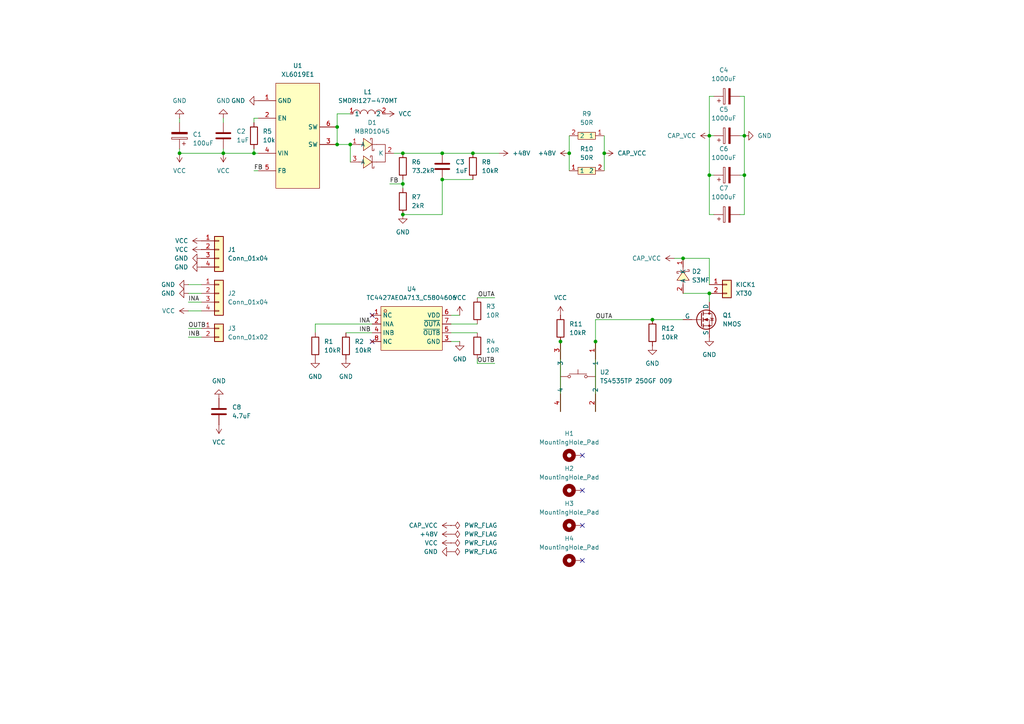
<source format=kicad_sch>
(kicad_sch (version 20231120) (generator "eeschema") (generator_version "8.0")
  (paper "A4")
  (lib_symbols
    (symbol "Connector_Generic:Conn_01x02" (pin_names (offset 1.016) hide)
      (property "Reference" "J" (at 0 2.54 0))
      (property "Value" "Conn_01x02" (at 0 -5.08 0))
      (symbol "Conn_01x02_1_1"
        (rectangle (start -1.27 -2.413) (end 0 -2.667) (stroke (width 0.1524)))
        (rectangle (start -1.27 0.127) (end 0 -0.127) (stroke (width 0.1524)))
        (rectangle (start -1.27 1.27) (end 1.27 -3.81) (stroke (width 0.254)) (fill (type background)))
        (pin passive line (at -5.08 0 0) (length 3.81) (name "Pin_1") (number "1"))
        (pin passive line (at -5.08 -2.54 0) (length 3.81) (name "Pin_2") (number "2"))
      )
    )
    (symbol "Connector_Generic:Conn_01x04" (pin_names (offset 1.016) hide)
      (property "Reference" "J" (at 0 5.08 0))
      (property "Value" "Conn_01x04" (at 0 -7.62 0))
      (symbol "Conn_01x04_1_1"
        (rectangle (start -1.27 -4.953) (end 0 -5.207) (stroke (width 0.1524)))
        (rectangle (start -1.27 -2.413) (end 0 -2.667) (stroke (width 0.1524)))
        (rectangle (start -1.27 0.127) (end 0 -0.127) (stroke (width 0.1524)))
        (rectangle (start -1.27 2.667) (end 0 2.413) (stroke (width 0.1524)))
        (rectangle (start -1.27 3.81) (end 1.27 -6.35) (stroke (width 0.254)) (fill (type background)))
        (pin passive line (at -5.08 2.54 0) (length 3.81) (name "Pin_1") (number "1"))
        (pin passive line (at -5.08 0 0) (length 3.81) (name "Pin_2") (number "2"))
        (pin passive line (at -5.08 -2.54 0) (length 3.81) (name "Pin_3") (number "3"))
        (pin passive line (at -5.08 -5.08 0) (length 3.81) (name "Pin_4") (number "4"))
      )
    )
    (symbol "Device:C" (pin_numbers hide) (pin_names (offset 0.254))
      (property "Reference" "C" (at 0.635 2.54 0))
      (property "Value" "C" (at 0.635 -2.54 0))
      (symbol "C_0_1"
        (polyline (pts (xy -2.032 -0.762) (xy 2.032 -0.762)) (stroke (width 0.508)))
        (polyline (pts (xy -2.032 0.762) (xy 2.032 0.762)) (stroke (width 0.508)))
      )
      (symbol "C_1_1"
        (pin passive line (at 0 3.81 270) (length 2.794) (name "~") (number "1"))
        (pin passive line (at 0 -3.81 90) (length 2.794) (name "~") (number "2"))
      )
    )
    (symbol "Device:C_Polarized" (pin_numbers hide) (pin_names (offset 0.254))
      (property "Reference" "C" (at 0.635 2.54 0))
      (property "Value" "C_Polarized" (at 0.635 -2.54 0))
      (symbol "C_Polarized_0_1"
        (rectangle (start -2.286 0.508) (end 2.286 1.016))
        (polyline (pts (xy -1.778 2.286) (xy -0.762 2.286)))
        (polyline (pts (xy -1.27 2.794) (xy -1.27 1.778)))
        (rectangle (start 2.286 -0.508) (end -2.286 -1.016) (fill (type outline)))
      )
      (symbol "C_Polarized_1_1"
        (pin passive line (at 0 3.81 270) (length 2.794) (name "~") (number "1"))
        (pin passive line (at 0 -3.81 90) (length 2.794) (name "~") (number "2"))
      )
    )
    (symbol "Device:R" (pin_numbers hide) (pin_names (offset 0))
      (property "Reference" "R" (at 2.032 0 90))
      (property "Value" "R" (at 0 0 90))
      (symbol "R_0_1"
        (rectangle (start -1.016 -2.54) (end 1.016 2.54) (stroke (width 0.254)))
      )
      (symbol "R_1_1"
        (pin passive line (at 0 3.81 270) (length 1.27) (name "~") (number "1"))
        (pin passive line (at 0 -3.81 90) (length 1.27) (name "~") (number "2"))
      )
    )
    (symbol "EasyEDA:MBRD1045"
      (property "Reference" "D" (at 0 7.62 0))
      (property "Value" "MBRD1045" (at 0 -7.62 0))
      (symbol "MBRD1045_0_1"
        (polyline (pts (xy -3.81 -2.54) (xy -2.54 -2.54)))
        (polyline (pts (xy -3.81 2.54) (xy -2.54 2.54)))
        (polyline (pts (xy 0 -2.54) (xy 1.27 -2.54)))
        (polyline (pts (xy 0 2.54) (xy 1.27 2.54)))
        (polyline (pts (xy -2.54 -4.32) (xy 0 -2.54) (xy -2.54 -0.76) (xy -2.54 -4.32)) (fill (type background)))
        (polyline (pts (xy -2.54 0.76) (xy 0 2.54) (xy -2.54 4.32) (xy -2.54 0.76)) (fill (type background)))
        (polyline (pts (xy 1.27 2.54) (xy 3.81 2.54) (xy 3.81 -2.54) (xy 1.27 -2.54)))
        (polyline (pts (xy 0.51 -3.81) (xy 0.51 -4.32) (xy 0 -4.32) (xy 0 -0.76) (xy -0.51 -0.76) (xy -0.51 -1.27)))
        (polyline (pts (xy 0.51 1.27) (xy 0.51 0.76) (xy 0 0.76) (xy 0 4.32) (xy -0.51 4.32) (xy -0.51 3.81)))
        (pin unspecified line (at -6.35 2.54 0) (length 2.54) (name "A") (number "1"))
        (pin unspecified line (at 6.35 0 180) (length 2.54) (name "K") (number "2"))
        (pin unspecified line (at -6.35 -2.54 0) (length 2.54) (name "A") (number "3"))
      )
    )
    (symbol "EasyEDA:S3MF_C18199092"
      (property "Reference" "D" (at 0 6.35 0))
      (property "Value" "S3MF_C18199092" (at 0 -3.81 0))
      (symbol "S3MF_C18199092_0_1"
        (polyline (pts (xy -1.27 1.27) (xy -2.54 1.27)))
        (polyline (pts (xy 2.54 1.27) (xy 1.27 1.27)))
        (polyline (pts (xy 1.27 3.05) (xy -1.27 1.27) (xy 1.27 -0.51) (xy 1.27 3.05)) (fill (type background)))
        (polyline (pts (xy -1.78 2.54) (xy -1.78 3.05) (xy -1.27 3.05) (xy -1.27 -0.51) (xy -0.76 -0.51) (xy -0.76 0)))
      )
      (symbol "S3MF_C18199092_1_1"
        (pin passive line (at -5.08 1.27 0) (length 2.54) (name "K") (number "1"))
        (pin passive line (at 5.08 1.27 180) (length 2.54) (name "A") (number "2"))
      )
    )
    (symbol "EasyEDA:SMDRI127-470MT"
      (property "Reference" "L" (at 0 5.08 0))
      (property "Value" "SMDRI127-470MT" (at 0 -5.08 0))
      (symbol "SMDRI127-470MT_0_1"
        (arc (start -4.29 -0.02) (mid -2.52 -0.79) (end -2.27 -0.02))
        (arc (start -2.13 -0.02) (mid -0.36 -0.79) (end -0.11 -0.02))
        (arc (start 0.02 -0.02) (mid 1.79 -0.79) (end 2.04 -0.02))
        (arc (start 2.21 -0.02) (mid 3.3 -1.12) (end 4.23 -0.02))
        (pin unspecified line (at -5.08 0 0) (length 0.762) (name "1") (number "1"))
        (pin unspecified line (at 5.08 0 180) (length 0.762) (name "2") (number "2"))
      )
    )
    (symbol "EasyEDA:TC4427AEOA713_C5804606"
      (property "Reference" "U" (at 0 8.89 0))
      (property "Value" "TC4427AEOA713_C5804606" (at 0 -8.89 0))
      (symbol "TC4427AEOA713_C5804606_0_1"
        (rectangle (start -8.89 6.35) (end 8.89 -6.35) (fill (type background)))
        (circle (center -7.62 5.08) (radius 0.38))
      )
      (symbol "TC4427AEOA713_C5804606_1_1"
        (pin no_connect line (at -11.43 3.81 0) (length 2.54) (name "NC") (number "1"))
        (pin input line (at -11.43 1.27 0) (length 2.54) (name "INA") (number "2"))
        (pin power_in line (at 11.43 -3.81 180) (length 2.54) (name "GND") (number "3"))
        (pin input line (at -11.43 -1.27 0) (length 2.54) (name "INB") (number "4"))
        (pin output line (at 11.43 -1.27 180) (length 2.54) (name "~{OUTB}") (number "5"))
        (pin power_in line (at 11.43 3.81 180) (length 2.54) (name "VDD") (number "6"))
        (pin output line (at 11.43 1.27 180) (length 2.54) (name "~{OUTA}") (number "7"))
        (pin no_connect line (at -11.43 -3.81 0) (length 2.54) (name "NC") (number "8"))
      )
    )
    (symbol "EasyEDA:TO-220-35W-100R-5%"
      (property "Reference" "U" (at 0 5.08 0))
      (property "Value" "TO-220-35W-100R-5%" (at 0 -5.08 0))
      (symbol "TO-220-35W-100R-5%_0_1"
        (rectangle (start -2.54 1.02) (end 2.54 -1.02) (fill (type background)))
      )
      (symbol "TO-220-35W-100R-5%_1_1"
        (pin passive line (at -5.08 0 0) (length 2.54) (name "1") (number "1"))
        (pin passive line (at 5.08 0 180) (length 2.54) (name "2") (number "2"))
      )
    )
    (symbol "EasyEDA:TS4535TP250GF009"
      (property "Reference" "U" (at 0 10.16 0))
      (property "Value" "TS4535TP 250GF 009" (at 0 -10.16 0))
      (symbol "TS4535TP250GF009_0_1"
        (circle (center 0 -2.54) (radius 0.38))
        (polyline (pts (xy -5.08 -5.08) (xy 5.08 -5.08)))
        (polyline (pts (xy -5.08 5.08) (xy 5.08 5.08)))
        (polyline (pts (xy -2.03 0) (xy -0.76 0)))
        (polyline (pts (xy -0.76 2.54) (xy -0.76 -2.54)))
        (polyline (pts (xy 0 -5.08) (xy 0 -3.05)))
        (polyline (pts (xy 0 5.08) (xy 0 2.79)))
        (circle (center 0 2.29) (radius 0.38))
        (pin unspecified line (at -10.16 5.08 0) (length 5.08) (name "1") (number "1"))
        (pin unspecified line (at 10.16 5.08 180) (length 5.08) (name "2") (number "2"))
        (pin unspecified line (at -10.16 -5.08 0) (length 5.08) (name "3") (number "3"))
        (pin unspecified line (at 10.16 -5.08 180) (length 5.08) (name "4") (number "4"))
      )
    )
    (symbol "EasyEDA:XL6019E1"
      (property "Reference" "U" (at 0 15.24 0))
      (property "Value" "XL6019E1" (at 0 -15.24 0))
      (symbol "XL6019E1_0_1"
        (rectangle (start -6.35 15.24) (end 6.35 -15.24) (fill (type background)))
      )
      (symbol "XL6019E1_1_1"
        (pin power_in line (at 11.43 -10.16 180) (length 5.08) (name "GND") (number "1"))
        (pin input line (at 11.43 -5.08 180) (length 5.08) (name "EN") (number "2"))
        (pin power_out line (at -11.43 2.54 0) (length 5.08) (name "SW") (number "3"))
        (pin power_in line (at 11.43 5.08 180) (length 5.08) (name "VIN") (number "4"))
        (pin input line (at 11.43 10.16 180) (length 5.08) (name "FB") (number "5"))
        (pin power_out line (at -11.43 -2.54 0) (length 5.08) (name "SW") (number "6"))
      )
    )
    (symbol "Mechanical:MountingHole_Pad" (pin_numbers hide) (pin_names (offset 1.016) hide) (exclude_from_sim yes) (in_bom no)
      (property "Reference" "H" (at 0 6.35 0))
      (property "Value" "MountingHole_Pad" (at 0 4.445 0))
      (symbol "MountingHole_Pad_0_1"
        (circle (center 0 1.27) (radius 1.27) (stroke (width 1.27)))
      )
      (symbol "MountingHole_Pad_1_1"
        (pin input line (at 0 -2.54 90) (length 2.54) (name "1") (number "1"))
      )
    )
    (symbol "Simulation_SPICE:NMOS" (pin_numbers hide) (pin_names (offset 0))
      (property "Reference" "Q" (at 5.08 1.27 0))
      (property "Value" "NMOS" (at 5.08 -1.27 0))
      (symbol "NMOS_0_1"
        (polyline (pts (xy 0.254 0) (xy -2.54 0)))
        (polyline (pts (xy 0.254 1.905) (xy 0.254 -1.905)) (stroke (width 0.254)))
        (polyline (pts (xy 0.762 -1.27) (xy 0.762 -2.286)) (stroke (width 0.254)))
        (polyline (pts (xy 0.762 0.508) (xy 0.762 -0.508)) (stroke (width 0.254)))
        (polyline (pts (xy 0.762 2.286) (xy 0.762 1.27)) (stroke (width 0.254)))
        (polyline (pts (xy 2.54 2.54) (xy 2.54 1.778)))
        (polyline (pts (xy 2.54 -2.54) (xy 2.54 0) (xy 0.762 0)))
        (polyline (pts (xy 0.762 -1.778) (xy 3.302 -1.778) (xy 3.302 1.778) (xy 0.762 1.778)))
        (polyline (pts (xy 1.016 0) (xy 2.032 0.381) (xy 2.032 -0.381) (xy 1.016 0)) (fill (type outline)))
        (polyline (pts (xy 2.794 0.508) (xy 2.921 0.381) (xy 3.683 0.381) (xy 3.81 0.254)))
        (polyline (pts (xy 3.302 0.381) (xy 2.921 -0.254) (xy 3.683 -0.254) (xy 3.302 0.381)))
        (circle (center 1.651 0) (radius 2.794) (stroke (width 0.254)))
        (circle (center 2.54 -1.778) (radius 0.254) (fill (type outline)))
        (circle (center 2.54 1.778) (radius 0.254) (fill (type outline)))
      )
      (symbol "NMOS_1_1"
        (pin passive line (at 2.54 5.08 270) (length 2.54) (name "D") (number "1"))
        (pin input line (at -5.08 0 0) (length 2.54) (name "G") (number "2"))
        (pin passive line (at 2.54 -5.08 90) (length 2.54) (name "S") (number "3"))
      )
    )
    (symbol "power:+48V" (power) (pin_numbers hide) (pin_names (offset 0) hide)
      (property "Value" "+48V" (at 0 3.556 0))
      (symbol "+48V_0_1"
        (polyline (pts (xy -0.762 1.27) (xy 0 2.54)))
        (polyline (pts (xy 0 0) (xy 0 2.54)))
        (polyline (pts (xy 0 2.54) (xy 0.762 1.27)))
      )
      (symbol "+48V_1_1"
        (pin power_in line (at 0 0 90) (length 0) (name "~") (number "1"))
      )
    )
    (symbol "power:GND" (power) (pin_numbers hide) (pin_names (offset 0) hide)
      (property "Value" "GND" (at 0 -3.81 0))
      (symbol "GND_0_1"
        (polyline (pts (xy 0 0) (xy 0 -1.27) (xy 1.27 -1.27) (xy 0 -2.54) (xy -1.27 -1.27) (xy 0 -1.27)))
      )
      (symbol "GND_1_1"
        (pin power_in line (at 0 0 270) (length 0) (name "~") (number "1"))
      )
    )
    (symbol "power:PWR_FLAG" (power) (pin_numbers hide) (pin_names (offset 0) hide)
      (property "Value" "PWR_FLAG" (at 0 3.81 0))
      (symbol "PWR_FLAG_0_0"
        (pin power_out line (at 0 0 90) (length 0) (name "~") (number "1"))
      )
      (symbol "PWR_FLAG_0_1"
        (polyline (pts (xy 0 0) (xy 0 1.27) (xy -1.016 1.905) (xy 0 2.54) (xy 1.016 1.905) (xy 0 1.27)))
      )
    )
    (symbol "power:VCC" (power) (pin_numbers hide) (pin_names (offset 0) hide)
      (property "Value" "VCC" (at 0 3.556 0))
      (symbol "VCC_0_1"
        (polyline (pts (xy -0.762 1.27) (xy 0 2.54)))
        (polyline (pts (xy 0 0) (xy 0 2.54)))
        (polyline (pts (xy 0 2.54) (xy 0.762 1.27)))
      )
      (symbol "VCC_1_1"
        (pin power_in line (at 0 0 90) (length 0) (name "~") (number "1"))
      )
    )
  )
  (junction (at 52.07 44.45))
  (junction (at 101.6 41.91))
  (junction (at 73.66 44.45))
  (junction (at 128.27 52.07))
  (junction (at 116.84 44.45))
  (junction (at 137.16 44.45))
  (junction (at 215.9 39.37))
  (junction (at 205.74 85.09))
  (junction (at 205.74 39.37))
  (junction (at 165.1 44.45))
  (junction (at 116.84 53.34))
  (junction (at 215.9 50.8))
  (junction (at 97.79 36.83))
  (junction (at 116.84 62.23))
  (junction (at 64.77 44.45))
  (junction (at 198.12 74.93))
  (junction (at 172.72 99.06))
  (junction (at 189.23 92.71))
  (junction (at 175.26 44.45))
  (junction (at 162.56 99.06))
  (junction (at 205.74 50.8))
  (junction (at 97.79 41.91))
  (junction (at 128.27 44.45))
  (no_connect (at 168.91 142.24))
  (no_connect (at 168.91 132.08))
  (no_connect (at 168.91 152.4))
  (no_connect (at 107.95 99.06))
  (no_connect (at 107.95 91.44))
  (no_connect (at 168.91 162.56))
  (wire (pts (xy 215.9 62.23) (xy 215.9 50.8)))
  (wire (pts (xy 138.43 105.41) (xy 138.43 104.14)))
  (wire (pts (xy 52.07 34.29) (xy 52.07 35.56)))
  (wire (pts (xy 54.61 95.25) (xy 58.42 95.25)))
  (wire (pts (xy 54.61 87.63) (xy 58.42 87.63)))
  (wire (pts (xy 128.27 52.07) (xy 137.16 52.07)))
  (wire (pts (xy 130.81 93.98) (xy 138.43 93.98)))
  (wire (pts (xy 130.81 96.52) (xy 138.43 96.52)))
  (wire (pts (xy 205.74 74.93) (xy 205.74 82.55)))
  (wire (pts (xy 54.61 97.79) (xy 58.42 97.79)))
  (wire (pts (xy 97.79 33.02) (xy 97.79 36.83)))
  (wire (pts (xy 172.72 92.71) (xy 172.72 99.06)))
  (wire (pts (xy 175.26 44.45) (xy 175.26 49.53)))
  (wire (pts (xy 73.66 49.53) (xy 74.93 49.53)))
  (wire (pts (xy 97.79 36.83) (xy 97.79 41.91)))
  (wire (pts (xy 214.63 62.23) (xy 215.9 62.23)))
  (wire (pts (xy 74.93 44.45) (xy 73.66 44.45)))
  (wire (pts (xy 215.9 27.94) (xy 214.63 27.94)))
  (wire (pts (xy 116.84 52.07) (xy 116.84 53.34)))
  (wire (pts (xy 54.61 85.09) (xy 58.42 85.09)))
  (wire (pts (xy 138.43 86.36) (xy 143.51 86.36)))
  (wire (pts (xy 128.27 62.23) (xy 116.84 62.23)))
  (wire (pts (xy 205.74 62.23) (xy 205.74 50.8)))
  (wire (pts (xy 64.77 44.45) (xy 64.77 43.18)))
  (wire (pts (xy 73.66 35.56) (xy 73.66 34.29)))
  (wire (pts (xy 113.03 53.34) (xy 116.84 53.34)))
  (wire (pts (xy 215.9 50.8) (xy 214.63 50.8)))
  (wire (pts (xy 215.9 39.37) (xy 214.63 39.37)))
  (wire (pts (xy 198.12 74.93) (xy 205.74 74.93)))
  (wire (pts (xy 189.23 92.71) (xy 198.12 92.71)))
  (wire (pts (xy 114.3 44.45) (xy 116.84 44.45)))
  (wire (pts (xy 207.01 62.23) (xy 205.74 62.23)))
  (wire (pts (xy 100.33 96.52) (xy 107.95 96.52)))
  (wire (pts (xy 205.74 39.37) (xy 205.74 50.8)))
  (wire (pts (xy 101.6 41.91) (xy 101.6 46.99)))
  (wire (pts (xy 198.12 85.09) (xy 205.74 85.09)))
  (wire (pts (xy 137.16 44.45) (xy 144.78 44.45)))
  (wire (pts (xy 198.12 74.93) (xy 195.58 74.93)))
  (wire (pts (xy 133.35 91.44) (xy 130.81 91.44)))
  (wire (pts (xy 165.1 39.37) (xy 165.1 44.45)))
  (wire (pts (xy 116.84 44.45) (xy 128.27 44.45)))
  (wire (pts (xy 116.84 53.34) (xy 116.84 54.61)))
  (wire (pts (xy 133.35 99.06) (xy 130.81 99.06)))
  (wire (pts (xy 128.27 52.07) (xy 128.27 62.23)))
  (wire (pts (xy 128.27 44.45) (xy 137.16 44.45)))
  (wire (pts (xy 172.72 92.71) (xy 189.23 92.71)))
  (wire (pts (xy 205.74 39.37) (xy 207.01 39.37)))
  (wire (pts (xy 64.77 34.29) (xy 64.77 35.56)))
  (wire (pts (xy 162.56 99.06) (xy 162.56 119.38)))
  (wire (pts (xy 165.1 44.45) (xy 165.1 49.53)))
  (wire (pts (xy 54.61 82.55) (xy 58.42 82.55)))
  (wire (pts (xy 101.6 33.02) (xy 97.79 33.02)))
  (wire (pts (xy 143.51 105.41) (xy 138.43 105.41)))
  (wire (pts (xy 52.07 44.45) (xy 52.07 43.18)))
  (wire (pts (xy 73.66 34.29) (xy 74.93 34.29)))
  (wire (pts (xy 52.07 44.45) (xy 64.77 44.45)))
  (wire (pts (xy 54.61 90.17) (xy 58.42 90.17)))
  (wire (pts (xy 215.9 39.37) (xy 215.9 50.8)))
  (wire (pts (xy 91.44 93.98) (xy 91.44 96.52)))
  (wire (pts (xy 205.74 27.94) (xy 207.01 27.94)))
  (wire (pts (xy 107.95 93.98) (xy 91.44 93.98)))
  (wire (pts (xy 175.26 39.37) (xy 175.26 44.45)))
  (wire (pts (xy 205.74 27.94) (xy 205.74 39.37)))
  (wire (pts (xy 215.9 27.94) (xy 215.9 39.37)))
  (wire (pts (xy 205.74 50.8) (xy 207.01 50.8)))
  (wire (pts (xy 73.66 44.45) (xy 73.66 43.18)))
  (wire (pts (xy 97.79 41.91) (xy 101.6 41.91)))
  (wire (pts (xy 172.72 99.06) (xy 172.72 119.38)))
  (wire (pts (xy 205.74 85.09) (xy 205.74 87.63)))
  (wire (pts (xy 64.77 44.45) (xy 73.66 44.45)))
  (label "INA" (at 54.61 87.63 0))
  (label "OUTB" (at 54.61 95.25 0))
  (label "OUTA" (at 172.72 92.71 0))
  (label "OUTA" (at 143.51 86.36 180))
  (label "INB" (at 104.14 96.52 0))
  (label "OUTB" (at 143.51 105.41 180))
  (label "FB" (at 113.03 53.34 0))
  (label "INB" (at 54.61 97.79 0))
  (label "INA" (at 104.14 93.98 0))
  (label "FB" (at 73.66 49.53 0))
  (symbol (lib_id "power:VCC") (at 54.61 90.17 90) (unit 1)
    (property "Reference" "#PWR025" (effects (hide yes)))
    (property "Value" "VCC" (at 50.8 90.1699 90) (effects (justify left)))
    (property "Description" "Power symbol creates a global label with name \"VCC\"" (effects (hide yes)))
  )
  (symbol (lib_id "power:+48V") (at 165.1 44.45 90) (unit 1)
    (property "Reference" "#PWR06" (effects (hide yes)))
    (property "Value" "+48V" (at 161.29 44.4499 90) (effects (justify left)))
    (property "Description" "Power symbol creates a global label with name \"+48V\"" (effects (hide yes)))
  )
  (symbol (lib_id "Device:R") (at 138.43 90.17 180) (unit 1)
    (property "Reference" "R3" (at 140.97 88.8999 0) (effects (justify right)))
    (property "Value" "10R" (at 140.97 91.4399 0) (effects (justify right)))
    (property "Footprint" "Resistor_SMD:R_1206_3216Metric_Pad1.30x1.75mm_HandSolder" (effects (hide yes)))
    (property "Description" "Resistor" (effects (hide yes)))
  )
  (symbol (lib_id "Mechanical:MountingHole_Pad") (at 166.37 132.08 90) (unit 1) (exclude_from_sim yes) (in_bom no)
    (property "Reference" "H1" (at 165.1 125.73 90))
    (property "Value" "MountingHole_Pad" (at 165.1 128.27 90))
    (property "Footprint" "MountingHole:MountingHole_2.2mm_M2_Pad_Via" (effects (hide yes)))
    (property "Description" "Mounting Hole with connection" (effects (hide yes)))
  )
  (symbol (lib_id "EasyEDA:XL6019E1") (at 86.36 39.37 180) (unit 1)
    (property "Reference" "U1" (at 86.36 19.05 0))
    (property "Value" "XL6019E1" (at 86.36 21.59 0))
    (property "Footprint" "EasyEDA:TO-263-5_L10.2-W9.9-P1.70-LS14.4-TL" (effects (hide yes)))
    (property "Datasheet" "https://lcsc.com/product-detail/DC-DC-Converters_XL6019E1_C73018.html" (effects (hide yes)))
    (property "LCSC Part" "C73018" (effects (hide yes)))
  )
  (symbol (lib_id "Device:R") (at 91.44 100.33 180) (unit 1)
    (property "Reference" "R1" (at 93.98 99.0599 0) (effects (justify right)))
    (property "Value" "10kR" (at 93.98 101.5999 0) (effects (justify right)))
    (property "Footprint" "Resistor_SMD:R_1206_3216Metric_Pad1.30x1.75mm_HandSolder" (effects (hide yes)))
    (property "Description" "Resistor" (effects (hide yes)))
  )
  (symbol (lib_id "power:GND") (at 91.44 104.14 0) (unit 1)
    (property "Reference" "#PWR012" (effects (hide yes)))
    (property "Value" "GND" (at 91.44 109.22 0))
    (property "Description" "Power symbol creates a global label with name \"GND\" , ground" (effects (hide yes)))
  )
  (symbol (lib_id "Device:C") (at 128.27 48.26 0) (unit 1)
    (property "Reference" "C3" (at 132.08 46.9899 0) (effects (justify left)))
    (property "Value" "1uF" (at 132.08 49.5299 0) (effects (justify left)))
    (property "Footprint" "Capacitor_SMD:C_1206_3216Metric_Pad1.33x1.80mm_HandSolder" (effects (hide yes)))
    (property "Description" "Unpolarized capacitor" (effects (hide yes)))
  )
  (symbol (lib_id "Device:C_Polarized") (at 210.82 62.23 90) (unit 1)
    (property "Reference" "C7" (at 209.931 54.61 90))
    (property "Value" "1000uF" (at 209.931 57.15 90))
    (property "Footprint" "EasyEDA:CAP-TH_BD13.0-P5.00-D1.2-FD" (effects (hide yes)))
    (property "Description" "Polarized capacitor" (effects (hide yes)))
  )
  (symbol (lib_id "power:VCC") (at 52.07 44.45 180) (unit 1)
    (property "Reference" "#PWR014" (effects (hide yes)))
    (property "Value" "VCC" (at 52.07 49.53 0))
    (property "Description" "Power symbol creates a global label with name \"VCC\"" (effects (hide yes)))
  )
  (symbol (lib_id "Simulation_SPICE:NMOS") (at 203.2 92.71 0) (unit 1)
    (property "Reference" "Q1" (at 209.55 91.4399 0) (effects (justify left)))
    (property "Value" "NMOS" (at 209.55 93.9799 0) (effects (justify left)))
    (property "Footprint" "Package_TO_SOT_THT:TO-247-3_Vertical" (effects (hide yes)))
    (property "Datasheet" "https://ngspice.sourceforge.io/docs/ngspice-html-manual/manual.xhtml#cha_MOSFETs" (effects (hide yes)))
    (property "Description" "N-MOSFET transistor, drain/source/gate" (effects (hide yes)))
    (property "Sim.Device" "NMOS" (effects (hide yes)))
    (property "Sim.Type" "VDMOS" (effects (hide yes)))
    (property "Sim.Pins" "1=D 2=G 3=S" (effects (hide yes)))
  )
  (symbol (lib_id "power:VCC") (at 58.42 72.39 90) (unit 1)
    (property "Reference" "#PWR02" (effects (hide yes)))
    (property "Value" "VCC" (at 54.61 72.3899 90) (effects (justify left)))
    (property "Description" "Power symbol creates a global label with name \"VCC\"" (effects (hide yes)))
  )
  (symbol (lib_id "power:GND") (at 52.07 34.29 180) (unit 1)
    (property "Reference" "#PWR05" (effects (hide yes)))
    (property "Value" "GND" (at 52.07 29.21 0))
    (property "Description" "Power symbol creates a global label with name \"GND\" , ground" (effects (hide yes)))
  )
  (symbol (lib_id "power:GND") (at 58.42 74.93 270) (unit 1)
    (property "Reference" "#PWR03" (effects (hide yes)))
    (property "Value" "GND" (at 54.61 74.9299 90) (effects (justify right)))
    (property "Description" "Power symbol creates a global label with name \"GND\" , ground" (effects (hide yes)))
  )
  (symbol (lib_id "Device:C_Polarized") (at 210.82 39.37 90) (unit 1)
    (property "Reference" "C5" (at 209.931 31.75 90))
    (property "Value" "1000uF" (at 209.931 34.29 90))
    (property "Footprint" "EasyEDA:CAP-TH_BD13.0-P5.00-D1.2-FD" (effects (hide yes)))
    (property "Description" "Polarized capacitor" (effects (hide yes)))
  )
  (symbol (lib_id "power:GND") (at 116.84 62.23 0) (unit 1)
    (property "Reference" "#PWR041" (effects (hide yes)))
    (property "Value" "GND" (at 116.84 67.31 0))
    (property "Description" "Power symbol creates a global label with name \"GND\" , ground" (effects (hide yes)))
  )
  (symbol (lib_id "power:GND") (at 58.42 77.47 270) (unit 1)
    (property "Reference" "#PWR04" (effects (hide yes)))
    (property "Value" "GND" (at 54.61 77.4699 90) (effects (justify right)))
    (property "Description" "Power symbol creates a global label with name \"GND\" , ground" (effects (hide yes)))
  )
  (symbol (lib_id "Mechanical:MountingHole_Pad") (at 166.37 162.56 90) (unit 1) (exclude_from_sim yes) (in_bom no)
    (property "Reference" "H4" (at 165.1 156.21 90))
    (property "Value" "MountingHole_Pad" (at 165.1 158.75 90))
    (property "Footprint" "MountingHole:MountingHole_2.2mm_M2_Pad_Via" (effects (hide yes)))
    (property "Description" "Mounting Hole with connection" (effects (hide yes)))
  )
  (symbol (lib_id "power:VCC") (at 162.56 91.44 0) (unit 1)
    (property "Reference" "#PWR018" (effects (hide yes)))
    (property "Value" "VCC" (at 162.56 86.36 0))
    (property "Description" "Power symbol creates a global label with name \"VCC\"" (effects (hide yes)))
  )
  (symbol (lib_id "power:VCC") (at 64.77 44.45 180) (unit 1)
    (property "Reference" "#PWR030" (effects (hide yes)))
    (property "Value" "VCC" (at 64.77 49.53 0))
    (property "Description" "Power symbol creates a global label with name \"VCC\"" (effects (hide yes)))
  )
  (symbol (lib_id "power:VCC") (at 63.5 123.19 180) (unit 1)
    (property "Reference" "#PWR026" (effects (hide yes)))
    (property "Value" "VCC" (at 63.5 128.27 0))
    (property "Description" "Power symbol creates a global label with name \"VCC\"" (effects (hide yes)))
  )
  (symbol (lib_id "power:GND") (at 130.81 160.02 270) (unit 1)
    (property "Reference" "#PWR022" (effects (hide yes)))
    (property "Value" "GND" (at 127 160.0199 90) (effects (justify right)))
    (property "Description" "Power symbol creates a global label with name \"GND\" , ground" (effects (hide yes)))
  )
  (symbol (lib_id "power:GND") (at 133.35 99.06 0) (unit 1)
    (property "Reference" "#PWR016" (effects (hide yes)))
    (property "Value" "GND" (at 133.35 104.14 0))
    (property "Description" "Power symbol creates a global label with name \"GND\" , ground" (effects (hide yes)))
  )
  (symbol (lib_id "power:GND") (at 64.77 34.29 180) (unit 1)
    (property "Reference" "#PWR029" (effects (hide yes)))
    (property "Value" "GND" (at 64.77 29.21 0))
    (property "Description" "Power symbol creates a global label with name \"GND\" , ground" (effects (hide yes)))
  )
  (symbol (lib_id "power:+48V") (at 205.74 39.37 90) (unit 1)
    (property "Reference" "#PWR08" (effects (hide yes)))
    (property "Value" "CAP_VCC" (at 201.93 39.3699 90) (effects (justify left)))
    (property "Description" "Power symbol creates a global label with name \"+48V\"" (effects (hide yes)))
  )
  (symbol (lib_id "Device:C_Polarized") (at 210.82 50.8 90) (unit 1)
    (property "Reference" "C6" (at 209.931 43.18 90))
    (property "Value" "1000uF" (at 209.931 45.72 90))
    (property "Footprint" "EasyEDA:CAP-TH_BD13.0-P5.00-D1.2-FD" (effects (hide yes)))
    (property "Description" "Polarized capacitor" (effects (hide yes)))
  )
  (symbol (lib_id "Device:R") (at 116.84 58.42 0) (unit 1)
    (property "Reference" "R7" (at 119.38 57.1499 0) (effects (justify left)))
    (property "Value" "2kR" (at 119.38 59.6899 0) (effects (justify left)))
    (property "Footprint" "Resistor_SMD:R_1206_3216Metric_Pad1.30x1.75mm_HandSolder" (effects (hide yes)))
    (property "Description" "Resistor" (effects (hide yes)))
  )
  (symbol (lib_id "EasyEDA:TS4535TP250GF009") (at 167.64 109.22 270) (unit 1)
    (property "Reference" "U2" (at 173.99 107.9499 90) (effects (justify left)))
    (property "Value" "TS4535TP 250GF 009" (at 173.99 110.4899 90) (effects (justify left)))
    (property "Footprint" "EasyEDA:SW-SMD_4P-L4.5-W4.5-P3.00-LS6.8" (effects (hide yes)))
    (property "LCSC Part" "C5342982" (effects (hide yes)))
  )
  (symbol (lib_id "power:GND") (at 54.61 85.09 270) (unit 1)
    (property "Reference" "#PWR027" (effects (hide yes)))
    (property "Value" "GND" (at 50.8 85.0899 90) (effects (justify right)))
    (property "Description" "Power symbol creates a global label with name \"GND\" , ground" (effects (hide yes)))
  )
  (symbol (lib_id "Connector_Generic:Conn_01x02") (at 210.82 82.55 0) (unit 1)
    (property "Reference" "KICK1" (at 213.36 82.5499 0) (effects (justify left)))
    (property "Value" "XT30" (at 213.36 85.0899 0) (effects (justify left)))
    (property "Footprint" "Connector_AMASS:AMASS_XT30U-F_1x02_P5.0mm_Vertical" (effects (hide yes)))
    (property "Description" "Generic connector, single row, 01x02, script generated (kicad-library-utils/schlib/autogen/connector/)" (effects (hide yes)))
  )
  (symbol (lib_id "Device:R") (at 116.84 48.26 0) (unit 1)
    (property "Reference" "R6" (at 119.38 46.9899 0) (effects (justify left)))
    (property "Value" "73.2kR" (at 119.38 49.5299 0) (effects (justify left)))
    (property "Footprint" "Resistor_SMD:R_1206_3216Metric_Pad1.30x1.75mm_HandSolder" (effects (hide yes)))
    (property "Description" "Resistor" (effects (hide yes)))
  )
  (symbol (lib_id "Connector_Generic:Conn_01x02") (at 63.5 95.25 0) (unit 1)
    (property "Reference" "J3" (at 66.04 95.2499 0) (effects (justify left)))
    (property "Value" "Conn_01x02" (at 66.04 97.7899 0) (effects (justify left)))
    (property "Footprint" "Connector_JST:JST_PH_B2B-PH-K_1x02_P2.00mm_Vertical" (effects (hide yes)))
    (property "Description" "Generic connector, single row, 01x02, script generated (kicad-library-utils/schlib/autogen/connector/)" (effects (hide yes)))
  )
  (symbol (lib_id "Device:C_Polarized") (at 52.07 39.37 180) (unit 1)
    (property "Reference" "C1" (at 55.88 38.9889 0) (effects (justify right)))
    (property "Value" "100uF" (at 55.88 41.5289 0) (effects (justify right)))
    (property "Footprint" "Capacitor_SMD:CP_Elec_6.3x7.7" (effects (hide yes)))
    (property "Description" "Polarized capacitor" (effects (hide yes)))
  )
  (symbol (lib_id "power:+48V") (at 195.58 74.93 90) (unit 1)
    (property "Reference" "#PWR010" (effects (hide yes)))
    (property "Value" "CAP_VCC" (at 191.77 74.9299 90) (effects (justify left)))
    (property "Description" "Power symbol creates a global label with name \"+48V\"" (effects (hide yes)))
  )
  (symbol (lib_id "power:VCC") (at 58.42 69.85 90) (unit 1)
    (property "Reference" "#PWR01" (effects (hide yes)))
    (property "Value" "VCC" (at 54.61 69.8499 90) (effects (justify left)))
    (property "Description" "Power symbol creates a global label with name \"VCC\"" (effects (hide yes)))
  )
  (symbol (lib_id "power:+48V") (at 130.81 154.94 90) (unit 1)
    (property "Reference" "#PWR023" (effects (hide yes)))
    (property "Value" "+48V" (at 127 154.9399 90) (effects (justify left)))
    (property "Description" "Power symbol creates a global label with name \"+48V\"" (effects (hide yes)))
  )
  (symbol (lib_id "EasyEDA:S3MF_C18199092") (at 196.85 80.01 270) (unit 1)
    (property "Reference" "D2" (at 200.66 78.7399 90) (effects (justify left)))
    (property "Value" "S3MF" (at 200.66 81.2799 90) (effects (justify left)))
    (property "Footprint" "EasyEDA:SMAF_L3.5-W2.6-LS4.7-RD-1" (effects (hide yes)))
    (property "LCSC Part" "C18199092" (effects (hide yes)))
  )
  (symbol (lib_id "power:+48V") (at 130.81 152.4 90) (unit 1)
    (property "Reference" "#PWR024" (effects (hide yes)))
    (property "Value" "CAP_VCC" (at 127 152.3999 90) (effects (justify left)))
    (property "Description" "Power symbol creates a global label with name \"+48V\"" (effects (hide yes)))
  )
  (symbol (lib_id "Device:R") (at 162.56 95.25 0) (unit 1)
    (property "Reference" "R11" (at 165.1 93.9799 0) (effects (justify left)))
    (property "Value" "10kR" (at 165.1 96.5199 0) (effects (justify left)))
    (property "Footprint" "Resistor_SMD:R_1206_3216Metric_Pad1.30x1.75mm_HandSolder" (effects (hide yes)))
    (property "Description" "Resistor" (effects (hide yes)))
  )
  (symbol (lib_id "power:+48V") (at 144.78 44.45 270) (unit 1)
    (property "Reference" "#PWR042" (effects (hide yes)))
    (property "Value" "+48V" (at 148.59 44.4499 90) (effects (justify left)))
    (property "Description" "Power symbol creates a global label with name \"+48V\"" (effects (hide yes)))
  )
  (symbol (lib_id "power:GND") (at 189.23 100.33 0) (unit 1)
    (property "Reference" "#PWR017" (effects (hide yes)))
    (property "Value" "GND" (at 189.23 105.41 0))
    (property "Description" "Power symbol creates a global label with name \"GND\" , ground" (effects (hide yes)))
  )
  (symbol (lib_id "power:PWR_FLAG") (at 130.81 154.94 270) (unit 1)
    (property "Reference" "#FLG03" (effects (hide yes)))
    (property "Value" "PWR_FLAG" (at 134.62 154.9399 90) (effects (justify left)))
    (property "Description" "Special symbol for telling ERC where power comes from" (effects (hide yes)))
  )
  (symbol (lib_id "power:GND") (at 63.5 115.57 180) (unit 1)
    (property "Reference" "#PWR020" (effects (hide yes)))
    (property "Value" "GND" (at 63.5 110.49 0))
    (property "Description" "Power symbol creates a global label with name \"GND\" , ground" (effects (hide yes)))
  )
  (symbol (lib_id "Connector_Generic:Conn_01x04") (at 63.5 85.09 0) (unit 1)
    (property "Reference" "J2" (at 66.04 85.0899 0) (effects (justify left)))
    (property "Value" "Conn_01x04" (at 66.04 87.6299 0) (effects (justify left)))
    (property "Footprint" "Connector_PinHeader_2.54mm:PinHeader_1x04_P2.54mm_Vertical" (effects (hide yes)))
    (property "Description" "Generic connector, single row, 01x04, script generated (kicad-library-utils/schlib/autogen/connector/)" (effects (hide yes)))
  )
  (symbol (lib_id "Device:C_Polarized") (at 210.82 27.94 90) (unit 1)
    (property "Reference" "C4" (at 209.931 20.32 90))
    (property "Value" "1000uF" (at 209.931 22.86 90))
    (property "Footprint" "EasyEDA:CAP-TH_BD13.0-P5.00-D1.2-FD" (effects (hide yes)))
    (property "Description" "Polarized capacitor" (effects (hide yes)))
  )
  (symbol (lib_id "EasyEDA:TC4427AEOA713_C5804606") (at 119.38 95.25 0) (unit 1)
    (property "Reference" "U4" (at 119.38 83.82 0))
    (property "Value" "TC4427AEOA713_C5804606" (at 119.38 86.36 0))
    (property "Footprint" "EasyEDA:SOIC-8_L4.9-W3.9-P1.27-LS6.0-BL" (effects (hide yes)))
    (property "LCSC Part" "C5804606" (effects (hide yes)))
  )
  (symbol (lib_id "power:PWR_FLAG") (at 130.81 157.48 270) (unit 1)
    (property "Reference" "#FLG01" (effects (hide yes)))
    (property "Value" "PWR_FLAG" (at 134.62 157.4799 90) (effects (justify left)))
    (property "Description" "Special symbol for telling ERC where power comes from" (effects (hide yes)))
  )
  (symbol (lib_id "Device:R") (at 137.16 48.26 0) (unit 1)
    (property "Reference" "R8" (at 139.7 46.9899 0) (effects (justify left)))
    (property "Value" "10kR" (at 139.7 49.5299 0) (effects (justify left)))
    (property "Footprint" "Resistor_SMD:R_1206_3216Metric_Pad1.30x1.75mm_HandSolder" (effects (hide yes)))
    (property "Description" "Resistor" (effects (hide yes)))
  )
  (symbol (lib_id "power:VCC") (at 133.35 91.44 0) (unit 1)
    (property "Reference" "#PWR015" (effects (hide yes)))
    (property "Value" "VCC" (at 133.35 86.36 0))
    (property "Description" "Power symbol creates a global label with name \"VCC\"" (effects (hide yes)))
  )
  (symbol (lib_id "power:GND") (at 205.74 97.79 0) (unit 1)
    (property "Reference" "#PWR011" (effects (hide yes)))
    (property "Value" "GND" (at 205.74 102.87 0))
    (property "Description" "Power symbol creates a global label with name \"GND\" , ground" (effects (hide yes)))
  )
  (symbol (lib_id "power:GND") (at 100.33 104.14 0) (unit 1)
    (property "Reference" "#PWR013" (effects (hide yes)))
    (property "Value" "GND" (at 100.33 109.22 0))
    (property "Description" "Power symbol creates a global label with name \"GND\" , ground" (effects (hide yes)))
  )
  (symbol (lib_id "power:VCC") (at 130.81 157.48 90) (unit 1)
    (property "Reference" "#PWR021" (effects (hide yes)))
    (property "Value" "VCC" (at 127 157.4799 90) (effects (justify left)))
    (property "Description" "Power symbol creates a global label with name \"VCC\"" (effects (hide yes)))
  )
  (symbol (lib_id "Device:C") (at 63.5 119.38 0) (unit 1)
    (property "Reference" "C8" (at 67.31 118.1099 0) (effects (justify left)))
    (property "Value" "4.7uF" (at 67.31 120.6499 0) (effects (justify left)))
    (property "Footprint" "Capacitor_SMD:C_1206_3216Metric_Pad1.33x1.80mm_HandSolder" (effects (hide yes)))
    (property "Description" "Unpolarized capacitor" (effects (hide yes)))
  )
  (symbol (lib_id "EasyEDA:SMDRI127-470MT") (at 106.68 33.02 0) (mirror x) (unit 1)
    (property "Reference" "L1" (at 106.68 26.67 0))
    (property "Value" "SMDRI127-470MT" (at 106.68 29.21 0))
    (property "Footprint" "EasyEDA:IND-SMD_L12.3-W12.3" (effects (hide yes)))
    (property "Datasheet" "https://lcsc.com/product-detail/Power-Inductors_47uH-20_C9906.html" (effects (hide yes)))
    (property "LCSC Part" "C9906" (effects (hide yes)))
  )
  (symbol (lib_id "Device:R") (at 100.33 100.33 180) (unit 1)
    (property "Reference" "R2" (at 102.87 99.0599 0) (effects (justify right)))
    (property "Value" "10kR" (at 102.87 101.5999 0) (effects (justify right)))
    (property "Footprint" "Resistor_SMD:R_1206_3216Metric_Pad1.30x1.75mm_HandSolder" (effects (hide yes)))
    (property "Description" "Resistor" (effects (hide yes)))
  )
  (symbol (lib_id "power:GND") (at 54.61 82.55 270) (unit 1)
    (property "Reference" "#PWR019" (effects (hide yes)))
    (property "Value" "GND" (at 50.8 82.5499 90) (effects (justify right)))
    (property "Description" "Power symbol creates a global label with name \"GND\" , ground" (effects (hide yes)))
  )
  (symbol (lib_id "Device:C") (at 64.77 39.37 0) (unit 1)
    (property "Reference" "C2" (at 68.58 38.0999 0) (effects (justify left)))
    (property "Value" "1uF" (at 68.58 40.6399 0) (effects (justify left)))
    (property "Footprint" "Capacitor_SMD:C_1206_3216Metric_Pad1.33x1.80mm_HandSolder" (effects (hide yes)))
    (property "Description" "Unpolarized capacitor" (effects (hide yes)))
  )
  (symbol (lib_id "power:+48V") (at 175.26 44.45 270) (unit 1)
    (property "Reference" "#PWR07" (effects (hide yes)))
    (property "Value" "CAP_VCC" (at 179.07 44.4499 90) (effects (justify left)))
    (property "Description" "Power symbol creates a global label with name \"+48V\"" (effects (hide yes)))
  )
  (symbol (lib_id "Mechanical:MountingHole_Pad") (at 166.37 142.24 90) (unit 1) (exclude_from_sim yes) (in_bom no)
    (property "Reference" "H2" (at 165.1 135.89 90))
    (property "Value" "MountingHole_Pad" (at 165.1 138.43 90))
    (property "Footprint" "MountingHole:MountingHole_2.2mm_M2_Pad_Via" (effects (hide yes)))
    (property "Description" "Mounting Hole with connection" (effects (hide yes)))
  )
  (symbol (lib_id "Device:R") (at 73.66 39.37 0) (unit 1)
    (property "Reference" "R5" (at 76.2 38.0999 0) (effects (justify left)))
    (property "Value" "10k" (at 76.2 40.6399 0) (effects (justify left)))
    (property "Footprint" "Resistor_SMD:R_1206_3216Metric_Pad1.30x1.75mm_HandSolder" (effects (hide yes)))
    (property "Description" "Resistor" (effects (hide yes)))
  )
  (symbol (lib_id "Connector_Generic:Conn_01x04") (at 63.5 72.39 0) (unit 1)
    (property "Reference" "J1" (at 66.04 72.3899 0) (effects (justify left)))
    (property "Value" "Conn_01x04" (at 66.04 74.9299 0) (effects (justify left)))
    (property "Footprint" "Connector_PinHeader_2.54mm:PinHeader_1x04_P2.54mm_Vertical" (effects (hide yes)))
    (property "Description" "Generic connector, single row, 01x04, script generated (kicad-library-utils/schlib/autogen/connector/)" (effects (hide yes)))
  )
  (symbol (lib_id "Device:R") (at 189.23 96.52 180) (unit 1)
    (property "Reference" "R12" (at 191.77 95.2499 0) (effects (justify right)))
    (property "Value" "10kR" (at 191.77 97.7899 0) (effects (justify right)))
    (property "Footprint" "Resistor_SMD:R_1206_3216Metric_Pad1.30x1.75mm_HandSolder" (effects (hide yes)))
    (property "Description" "Resistor" (effects (hide yes)))
  )
  (symbol (lib_id "EasyEDA:MBRD1045") (at 107.95 44.45 0) (unit 1)
    (property "Reference" "D1" (at 107.95 35.56 0))
    (property "Value" "MBRD1045" (at 107.95 38.1 0))
    (property "Footprint" "EasyEDA:TO-252-3_L6.5-W5.9-P4.60-LS10.0-BL" (effects (hide yes)))
    (property "LCSC Part" "C5137764" (effects (hide yes)))
  )
  (symbol (lib_id "power:GND") (at 74.93 29.21 270) (unit 1)
    (property "Reference" "#PWR035" (effects (hide yes)))
    (property "Value" "GND" (at 71.12 29.2099 90) (effects (justify right)))
    (property "Description" "Power symbol creates a global label with name \"GND\" , ground" (effects (hide yes)))
  )
  (symbol (lib_id "power:PWR_FLAG") (at 130.81 152.4 270) (unit 1)
    (property "Reference" "#FLG04" (effects (hide yes)))
    (property "Value" "PWR_FLAG" (at 134.62 152.3999 90) (effects (justify left)))
    (property "Description" "Special symbol for telling ERC where power comes from" (effects (hide yes)))
  )
  (symbol (lib_id "power:GND") (at 215.9 39.37 90) (unit 1)
    (property "Reference" "#PWR09" (effects (hide yes)))
    (property "Value" "GND" (at 219.71 39.3699 90) (effects (justify right)))
    (property "Description" "Power symbol creates a global label with name \"GND\" , ground" (effects (hide yes)))
  )
  (symbol (lib_id "Device:R") (at 138.43 100.33 180) (unit 1)
    (property "Reference" "R4" (at 140.97 99.0599 0) (effects (justify right)))
    (property "Value" "10R" (at 140.97 101.5999 0) (effects (justify right)))
    (property "Footprint" "Resistor_SMD:R_1206_3216Metric_Pad1.30x1.75mm_HandSolder" (effects (hide yes)))
    (property "Description" "Resistor" (effects (hide yes)))
  )
  (symbol (lib_id "power:PWR_FLAG") (at 130.81 160.02 270) (unit 1)
    (property "Reference" "#FLG02" (effects (hide yes)))
    (property "Value" "PWR_FLAG" (at 134.62 160.0199 90) (effects (justify left)))
    (property "Description" "Special symbol for telling ERC where power comes from" (effects (hide yes)))
  )
  (symbol (lib_id "EasyEDA:TO-220-35W-100R-5%") (at 170.18 39.37 180) (unit 1)
    (property "Reference" "R9" (at 170.18 33.02 0))
    (property "Value" "50R" (at 170.18 35.56 0))
    (property "Footprint" "EasyEDA:TO-220-2L_L10.2-W4.6-P5.08-L" (effects (hide yes)))
    (property "LCSC Part" "C5209737" (effects (hide yes)))
  )
  (symbol (lib_id "Mechanical:MountingHole_Pad") (at 166.37 152.4 90) (unit 1) (exclude_from_sim yes) (in_bom no)
    (property "Reference" "H3" (at 165.1 146.05 90))
    (property "Value" "MountingHole_Pad" (at 165.1 148.59 90))
    (property "Footprint" "MountingHole:MountingHole_2.2mm_M2_Pad_Via" (effects (hide yes)))
    (property "Description" "Mounting Hole with connection" (effects (hide yes)))
  )
  (symbol (lib_id "EasyEDA:TO-220-35W-100R-5%") (at 170.18 49.53 0) (unit 1)
    (property "Reference" "R10" (at 170.18 43.18 0))
    (property "Value" "50R" (at 170.18 45.72 0))
    (property "Footprint" "EasyEDA:TO-220-2L_L10.2-W4.6-P5.08-L" (effects (hide yes)))
    (property "LCSC Part" "C5209737" (effects (hide yes)))
  )
  (symbol (lib_id "power:VCC") (at 111.76 33.02 270) (unit 1)
    (property "Reference" "#PWR040" (effects (hide yes)))
    (property "Value" "VCC" (at 115.57 33.0199 90) (effects (justify left)))
    (property "Description" "Power symbol creates a global label with name \"VCC\"" (effects (hide yes)))
  )
)
</source>
